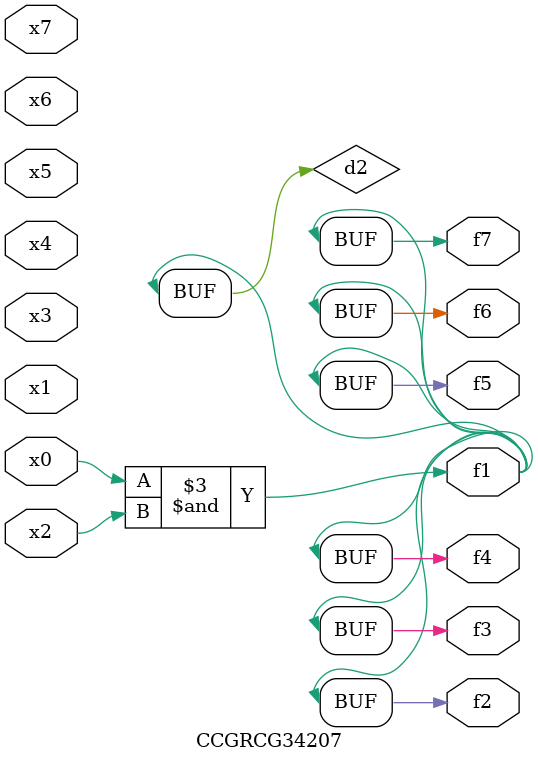
<source format=v>
module CCGRCG34207(
	input x0, x1, x2, x3, x4, x5, x6, x7,
	output f1, f2, f3, f4, f5, f6, f7
);

	wire d1, d2;

	nor (d1, x3, x6);
	and (d2, x0, x2);
	assign f1 = d2;
	assign f2 = d2;
	assign f3 = d2;
	assign f4 = d2;
	assign f5 = d2;
	assign f6 = d2;
	assign f7 = d2;
endmodule

</source>
